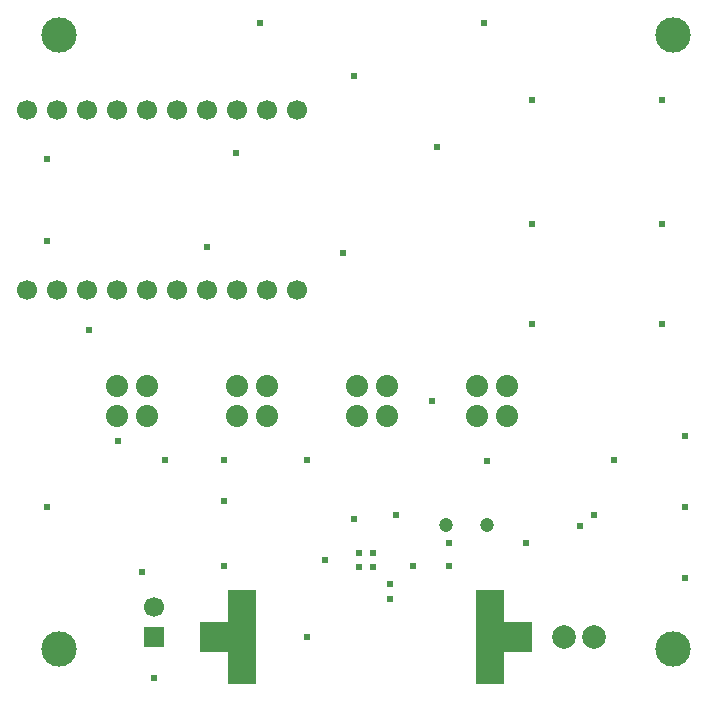
<source format=gbr>
%TF.GenerationSoftware,Altium Limited,Altium Designer,22.7.1 (60)*%
G04 Layer_Color=16711935*
%FSLAX43Y43*%
%MOMM*%
%TF.SameCoordinates,DFFB733E-25EA-4B03-B04C-AB34F345C761*%
%TF.FilePolarity,Negative*%
%TF.FileFunction,Soldermask,Bot*%
%TF.Part,Single*%
G01*
G75*
%TA.AperFunction,ComponentPad*%
%ADD26C,2.000*%
%ADD27C,1.700*%
%ADD28R,1.700X1.700*%
%ADD29C,1.875*%
%ADD30C,1.200*%
%TA.AperFunction,WasherPad*%
%ADD31C,3.000*%
%TA.AperFunction,ViaPad*%
%ADD32C,0.610*%
%TA.AperFunction,SMDPad,CuDef*%
%ADD33R,4.800X2.500*%
%ADD34R,2.400X8.000*%
G36*
X41700Y5824D02*
X43300D01*
Y4300D01*
X41700D01*
Y1000D01*
X39500D01*
Y9000D01*
X41700D01*
Y5824D01*
D02*
G37*
D26*
X46730Y5000D02*
D03*
X49270D02*
D03*
D27*
X24130Y49620D02*
D03*
X16510D02*
D03*
X24130Y34380D02*
D03*
X21590D02*
D03*
X19050D02*
D03*
X16510D02*
D03*
X13970D02*
D03*
X11430D02*
D03*
X8890D02*
D03*
X6350D02*
D03*
X3810D02*
D03*
X1270D02*
D03*
Y49620D02*
D03*
X3810D02*
D03*
X6350D02*
D03*
X8890D02*
D03*
X11430D02*
D03*
X13970D02*
D03*
X21590D02*
D03*
X19050D02*
D03*
X12000Y7540D02*
D03*
D28*
Y5000D02*
D03*
D29*
X39370Y26270D02*
D03*
X41910D02*
D03*
X39370Y23730D02*
D03*
X41910D02*
D03*
X11430Y26270D02*
D03*
Y23730D02*
D03*
X8890Y26270D02*
D03*
Y23730D02*
D03*
X21590D02*
D03*
X19050D02*
D03*
X21590Y26270D02*
D03*
X19050D02*
D03*
X31750Y23730D02*
D03*
X29210D02*
D03*
X31750Y26270D02*
D03*
X29210D02*
D03*
D30*
X40250Y14500D02*
D03*
X36750D02*
D03*
D31*
X56000Y56000D02*
D03*
Y4000D02*
D03*
X4000D02*
D03*
Y56000D02*
D03*
D32*
X37000Y11000D02*
D03*
X32502Y15365D02*
D03*
X49270D02*
D03*
X40000Y57000D02*
D03*
X21000D02*
D03*
X11000Y10500D02*
D03*
X12000Y1500D02*
D03*
X3000Y38500D02*
D03*
Y45500D02*
D03*
X6500Y31000D02*
D03*
X19000Y46000D02*
D03*
X16500Y38000D02*
D03*
X36000Y46500D02*
D03*
X28000Y37500D02*
D03*
X44000Y50500D02*
D03*
X55000D02*
D03*
X44000Y40000D02*
D03*
X55000D02*
D03*
Y31500D02*
D03*
X44000D02*
D03*
X40227Y19895D02*
D03*
X51000Y20000D02*
D03*
X25000Y5000D02*
D03*
X13000Y20000D02*
D03*
X25000D02*
D03*
X18000D02*
D03*
X43500Y13000D02*
D03*
X9000Y21600D02*
D03*
X48100Y14400D02*
D03*
X28950Y52500D02*
D03*
X37000Y13000D02*
D03*
X35560Y25000D02*
D03*
X29000Y15000D02*
D03*
X34000Y11000D02*
D03*
X29400Y12100D02*
D03*
X30600D02*
D03*
X29400Y10900D02*
D03*
X30600D02*
D03*
X3000Y16000D02*
D03*
X18000Y16500D02*
D03*
Y11000D02*
D03*
X32000Y8250D02*
D03*
X57000Y10000D02*
D03*
Y16000D02*
D03*
Y22000D02*
D03*
X26500Y11500D02*
D03*
X32000Y9500D02*
D03*
D33*
X18300Y5000D02*
D03*
X41700D02*
D03*
D34*
X40500D02*
D03*
X19500D02*
D03*
%TF.MD5,b3d53edf7d8083da5f8e8160186d4f0f*%
M02*

</source>
